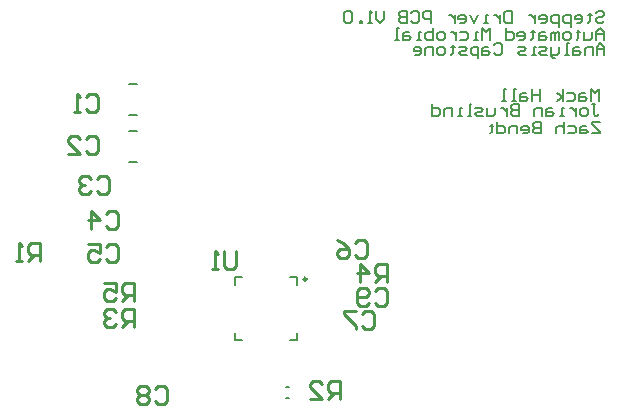
<source format=gbo>
G04 Layer_Color=13813960*
%FSLAX24Y24*%
%MOIN*%
G70*
G01*
G75*
%ADD16C,0.0100*%
%ADD73C,0.0098*%
%ADD74C,0.0079*%
%ADD114C,0.0059*%
D16*
X19488Y34469D02*
Y35068D01*
X19188D01*
X19088Y34968D01*
Y34768D01*
X19188Y34668D01*
X19488D01*
X19288D02*
X19088Y34469D01*
X18588D02*
Y35068D01*
X18888Y34768D01*
X18489D01*
X11043Y33839D02*
Y34438D01*
X10743D01*
X10643Y34338D01*
Y34138D01*
X10743Y34039D01*
X11043D01*
X10843D02*
X10643Y33839D01*
X10044Y34438D02*
X10444D01*
Y34138D01*
X10244Y34238D01*
X10144D01*
X10044Y34138D01*
Y33939D01*
X10144Y33839D01*
X10344D01*
X10444Y33939D01*
X7933Y35157D02*
Y35757D01*
X7633D01*
X7533Y35657D01*
Y35457D01*
X7633Y35357D01*
X7933D01*
X7733D02*
X7533Y35157D01*
X7333D02*
X7133D01*
X7233D01*
Y35757D01*
X7333Y35657D01*
X17933Y30571D02*
Y31171D01*
X17633D01*
X17533Y31071D01*
Y30871D01*
X17633Y30771D01*
X17933D01*
X17733D02*
X17533Y30571D01*
X16933D02*
X17333D01*
X16933Y30971D01*
Y31071D01*
X17033Y31171D01*
X17233D01*
X17333Y31071D01*
X11043Y32953D02*
Y33553D01*
X10743D01*
X10643Y33453D01*
Y33253D01*
X10743Y33153D01*
X11043D01*
X10843D02*
X10643Y32953D01*
X10444Y33453D02*
X10344Y33553D01*
X10144D01*
X10044Y33453D01*
Y33353D01*
X10144Y33253D01*
X10244D01*
X10144D01*
X10044Y33153D01*
Y33053D01*
X10144Y32953D01*
X10344D01*
X10444Y33053D01*
X18419Y35756D02*
X18519Y35856D01*
X18719D01*
X18819Y35756D01*
Y35356D01*
X18719Y35256D01*
X18519D01*
X18419Y35356D01*
X17819Y35856D02*
X18019Y35756D01*
X18219Y35556D01*
Y35356D01*
X18119Y35256D01*
X17919D01*
X17819Y35356D01*
Y35456D01*
X17919Y35556D01*
X18219D01*
X18655Y33403D02*
X18755Y33503D01*
X18955D01*
X19055Y33403D01*
Y33004D01*
X18955Y32904D01*
X18755D01*
X18655Y33004D01*
X18455Y33503D02*
X18055D01*
Y33403D01*
X18455Y33004D01*
Y32904D01*
X11748Y30907D02*
X11848Y31007D01*
X12048D01*
X12148Y30907D01*
Y30507D01*
X12048Y30407D01*
X11848D01*
X11748Y30507D01*
X11548Y30907D02*
X11448Y31007D01*
X11248D01*
X11148Y30907D01*
Y30807D01*
X11248Y30707D01*
X11148Y30607D01*
Y30507D01*
X11248Y30407D01*
X11448D01*
X11548Y30507D01*
Y30607D01*
X11448Y30707D01*
X11548Y30807D01*
Y30907D01*
X11448Y30707D02*
X11248D01*
X10132Y35638D02*
X10232Y35738D01*
X10432D01*
X10532Y35638D01*
Y35238D01*
X10432Y35138D01*
X10232D01*
X10132Y35238D01*
X9532Y35738D02*
X9932D01*
Y35438D01*
X9732Y35538D01*
X9632D01*
X9532Y35438D01*
Y35238D01*
X9632Y35138D01*
X9832D01*
X9932Y35238D01*
X9443Y40618D02*
X9543Y40718D01*
X9743D01*
X9843Y40618D01*
Y40218D01*
X9743Y40118D01*
X9543D01*
X9443Y40218D01*
X9243Y40118D02*
X9043D01*
X9143D01*
Y40718D01*
X9243Y40618D01*
X9443Y39220D02*
X9543Y39320D01*
X9743D01*
X9843Y39220D01*
Y38820D01*
X9743Y38720D01*
X9543D01*
X9443Y38820D01*
X8843Y38720D02*
X9243D01*
X8843Y39120D01*
Y39220D01*
X8943Y39320D01*
X9143D01*
X9243Y39220D01*
X9836Y37901D02*
X9936Y38001D01*
X10136D01*
X10236Y37901D01*
Y37502D01*
X10136Y37402D01*
X9936D01*
X9836Y37502D01*
X9636Y37901D02*
X9536Y38001D01*
X9337D01*
X9237Y37901D01*
Y37801D01*
X9337Y37701D01*
X9436D01*
X9337D01*
X9237Y37602D01*
Y37502D01*
X9337Y37402D01*
X9536D01*
X9636Y37502D01*
X10132Y36720D02*
X10232Y36820D01*
X10432D01*
X10532Y36720D01*
Y36320D01*
X10432Y36220D01*
X10232D01*
X10132Y36320D01*
X9632Y36220D02*
Y36820D01*
X9932Y36520D01*
X9532D01*
X19088Y34161D02*
X19188Y34261D01*
X19388D01*
X19488Y34161D01*
Y33761D01*
X19388Y33661D01*
X19188D01*
X19088Y33761D01*
X18888D02*
X18788Y33661D01*
X18588D01*
X18489Y33761D01*
Y34161D01*
X18588Y34261D01*
X18788D01*
X18888Y34161D01*
Y34061D01*
X18788Y33961D01*
X18489D01*
X14459Y35501D02*
Y35002D01*
X14359Y34902D01*
X14159D01*
X14059Y35002D01*
Y35501D01*
X13859Y34902D02*
X13659D01*
X13759D01*
Y35501D01*
X13859Y35401D01*
D73*
X16811Y34557D02*
G03*
X16811Y34557I-49J0D01*
G01*
D74*
X10886Y40039D02*
X11161D01*
X10886Y41063D02*
X11161D01*
X10886Y38465D02*
X11161D01*
X10886Y39488D02*
X11161D01*
X16506Y34370D02*
Y34616D01*
X16260D02*
X16506D01*
X14419D02*
X14665D01*
X14419Y34370D02*
Y34616D01*
Y32530D02*
Y32776D01*
Y32530D02*
X14665D01*
X16506D02*
Y32776D01*
X16260Y32530D02*
X16506D01*
D114*
X16112Y30581D02*
X16211D01*
X16112Y30955D02*
X16211D01*
X26464Y43436D02*
X26529Y43502D01*
X26660D01*
X26726Y43436D01*
Y43371D01*
X26660Y43305D01*
X26529D01*
X26464Y43239D01*
Y43174D01*
X26529Y43108D01*
X26660D01*
X26726Y43174D01*
X26267Y43436D02*
Y43371D01*
X26332D01*
X26201D01*
X26267D01*
Y43174D01*
X26201Y43108D01*
X25808D02*
X25939D01*
X26004Y43174D01*
Y43305D01*
X25939Y43371D01*
X25808D01*
X25742Y43305D01*
Y43239D01*
X26004D01*
X25611Y42977D02*
Y43371D01*
X25414D01*
X25348Y43305D01*
Y43174D01*
X25414Y43108D01*
X25611D01*
X25217Y42977D02*
Y43371D01*
X25020D01*
X24955Y43305D01*
Y43174D01*
X25020Y43108D01*
X25217D01*
X24627D02*
X24758D01*
X24824Y43174D01*
Y43305D01*
X24758Y43371D01*
X24627D01*
X24561Y43305D01*
Y43239D01*
X24824D01*
X24430Y43371D02*
Y43108D01*
Y43239D01*
X24365Y43305D01*
X24299Y43371D01*
X24233D01*
X23643Y43502D02*
Y43108D01*
X23446D01*
X23381Y43174D01*
Y43436D01*
X23446Y43502D01*
X23643D01*
X23249Y43371D02*
Y43108D01*
Y43239D01*
X23184Y43305D01*
X23118Y43371D01*
X23053D01*
X22856Y43108D02*
X22725D01*
X22790D01*
Y43371D01*
X22856D01*
X22528D02*
X22397Y43108D01*
X22265Y43371D01*
X21937Y43108D02*
X22069D01*
X22134Y43174D01*
Y43305D01*
X22069Y43371D01*
X21937D01*
X21872Y43305D01*
Y43239D01*
X22134D01*
X21741Y43371D02*
Y43108D01*
Y43239D01*
X21675Y43305D01*
X21610Y43371D01*
X21544D01*
X20954Y43108D02*
Y43502D01*
X20757D01*
X20691Y43436D01*
Y43305D01*
X20757Y43239D01*
X20954D01*
X20298Y43436D02*
X20363Y43502D01*
X20494D01*
X20560Y43436D01*
Y43174D01*
X20494Y43108D01*
X20363D01*
X20298Y43174D01*
X20166Y43502D02*
Y43108D01*
X19970D01*
X19904Y43174D01*
Y43239D01*
X19970Y43305D01*
X20166D01*
X19970D01*
X19904Y43371D01*
Y43436D01*
X19970Y43502D01*
X20166D01*
X19379D02*
Y43239D01*
X19248Y43108D01*
X19117Y43239D01*
Y43502D01*
X18986Y43108D02*
X18855D01*
X18920D01*
Y43502D01*
X18986Y43436D01*
X18658Y43108D02*
Y43174D01*
X18592D01*
Y43108D01*
X18658D01*
X18330Y43436D02*
X18264Y43502D01*
X18133D01*
X18067Y43436D01*
Y43174D01*
X18133Y43108D01*
X18264D01*
X18330Y43174D01*
Y43436D01*
X26726Y42541D02*
Y42804D01*
X26595Y42935D01*
X26464Y42804D01*
Y42541D01*
Y42738D01*
X26726D01*
X26332Y42804D02*
Y42607D01*
X26267Y42541D01*
X26070D01*
Y42804D01*
X25873Y42869D02*
Y42804D01*
X25939D01*
X25808D01*
X25873D01*
Y42607D01*
X25808Y42541D01*
X25545D02*
X25414D01*
X25348Y42607D01*
Y42738D01*
X25414Y42804D01*
X25545D01*
X25611Y42738D01*
Y42607D01*
X25545Y42541D01*
X25217D02*
Y42804D01*
X25152D01*
X25086Y42738D01*
Y42541D01*
Y42738D01*
X25020Y42804D01*
X24955Y42738D01*
Y42541D01*
X24758Y42804D02*
X24627D01*
X24561Y42738D01*
Y42541D01*
X24758D01*
X24824Y42607D01*
X24758Y42673D01*
X24561D01*
X24365Y42869D02*
Y42804D01*
X24430D01*
X24299D01*
X24365D01*
Y42607D01*
X24299Y42541D01*
X23905D02*
X24037D01*
X24102Y42607D01*
Y42738D01*
X24037Y42804D01*
X23905D01*
X23840Y42738D01*
Y42673D01*
X24102D01*
X23446Y42935D02*
Y42541D01*
X23643D01*
X23709Y42607D01*
Y42738D01*
X23643Y42804D01*
X23446D01*
X22921Y42541D02*
Y42935D01*
X22790Y42804D01*
X22659Y42935D01*
Y42541D01*
X22528D02*
X22397D01*
X22462D01*
Y42804D01*
X22528D01*
X21937D02*
X22134D01*
X22200Y42738D01*
Y42607D01*
X22134Y42541D01*
X21937D01*
X21806Y42804D02*
Y42541D01*
Y42673D01*
X21741Y42738D01*
X21675Y42804D01*
X21610D01*
X21347Y42541D02*
X21216D01*
X21150Y42607D01*
Y42738D01*
X21216Y42804D01*
X21347D01*
X21413Y42738D01*
Y42607D01*
X21347Y42541D01*
X21019Y42935D02*
Y42541D01*
X20822D01*
X20757Y42607D01*
Y42673D01*
Y42738D01*
X20822Y42804D01*
X21019D01*
X20626Y42541D02*
X20494D01*
X20560D01*
Y42804D01*
X20626D01*
X20232D02*
X20101D01*
X20035Y42738D01*
Y42541D01*
X20232D01*
X20298Y42607D01*
X20232Y42673D01*
X20035D01*
X19904Y42541D02*
X19773D01*
X19838D01*
Y42935D01*
X19904D01*
X26737Y42044D02*
Y42306D01*
X26606Y42438D01*
X26475Y42306D01*
Y42044D01*
Y42241D01*
X26737D01*
X26344Y42044D02*
Y42306D01*
X26147D01*
X26081Y42241D01*
Y42044D01*
X25885Y42306D02*
X25753D01*
X25688Y42241D01*
Y42044D01*
X25885D01*
X25950Y42110D01*
X25885Y42175D01*
X25688D01*
X25557Y42044D02*
X25425D01*
X25491D01*
Y42438D01*
X25557D01*
X25229Y42306D02*
Y42110D01*
X25163Y42044D01*
X24966D01*
Y41979D01*
X25032Y41913D01*
X25098D01*
X24966Y42044D02*
Y42306D01*
X24835Y42044D02*
X24638D01*
X24573Y42110D01*
X24638Y42175D01*
X24770D01*
X24835Y42241D01*
X24770Y42306D01*
X24573D01*
X24442Y42044D02*
X24310D01*
X24376D01*
Y42306D01*
X24442D01*
X24114Y42044D02*
X23917D01*
X23851Y42110D01*
X23917Y42175D01*
X24048D01*
X24114Y42241D01*
X24048Y42306D01*
X23851D01*
X23064Y42372D02*
X23130Y42438D01*
X23261D01*
X23326Y42372D01*
Y42110D01*
X23261Y42044D01*
X23130D01*
X23064Y42110D01*
X22867Y42306D02*
X22736D01*
X22670Y42241D01*
Y42044D01*
X22867D01*
X22933Y42110D01*
X22867Y42175D01*
X22670D01*
X22539Y41913D02*
Y42306D01*
X22342D01*
X22277Y42241D01*
Y42110D01*
X22342Y42044D01*
X22539D01*
X22146D02*
X21949D01*
X21883Y42110D01*
X21949Y42175D01*
X22080D01*
X22146Y42241D01*
X22080Y42306D01*
X21883D01*
X21687Y42372D02*
Y42306D01*
X21752D01*
X21621D01*
X21687D01*
Y42110D01*
X21621Y42044D01*
X21359D02*
X21227D01*
X21162Y42110D01*
Y42241D01*
X21227Y42306D01*
X21359D01*
X21424Y42241D01*
Y42110D01*
X21359Y42044D01*
X21031D02*
Y42306D01*
X20834D01*
X20768Y42241D01*
Y42044D01*
X20440D02*
X20571D01*
X20637Y42110D01*
Y42241D01*
X20571Y42306D01*
X20440D01*
X20375Y42241D01*
Y42175D01*
X20637D01*
X26548Y40503D02*
Y40896D01*
X26417Y40765D01*
X26286Y40896D01*
Y40503D01*
X26089Y40765D02*
X25958D01*
X25892Y40700D01*
Y40503D01*
X26089D01*
X26154Y40568D01*
X26089Y40634D01*
X25892D01*
X25498Y40765D02*
X25695D01*
X25761Y40700D01*
Y40568D01*
X25695Y40503D01*
X25498D01*
X25367D02*
Y40896D01*
Y40634D02*
X25171Y40765D01*
X25367Y40634D02*
X25171Y40503D01*
X24580Y40896D02*
Y40503D01*
Y40700D01*
X24318D01*
Y40896D01*
Y40503D01*
X24121Y40765D02*
X23990D01*
X23924Y40700D01*
Y40503D01*
X24121D01*
X24187Y40568D01*
X24121Y40634D01*
X23924D01*
X23793Y40503D02*
X23662D01*
X23727D01*
Y40896D01*
X23793D01*
X23465Y40503D02*
X23334D01*
X23399D01*
Y40896D01*
X23465D01*
X26308Y40379D02*
X26439D01*
X26374D01*
Y40051D01*
X26439Y39985D01*
X26505D01*
X26570Y40051D01*
X26111Y39985D02*
X25980D01*
X25915Y40051D01*
Y40182D01*
X25980Y40247D01*
X26111D01*
X26177Y40182D01*
Y40051D01*
X26111Y39985D01*
X25783Y40247D02*
Y39985D01*
Y40116D01*
X25718Y40182D01*
X25652Y40247D01*
X25587D01*
X25390Y39985D02*
X25259D01*
X25324D01*
Y40247D01*
X25390D01*
X24996D02*
X24865D01*
X24799Y40182D01*
Y39985D01*
X24996D01*
X25062Y40051D01*
X24996Y40116D01*
X24799D01*
X24668Y39985D02*
Y40247D01*
X24471D01*
X24406Y40182D01*
Y39985D01*
X23881Y40379D02*
Y39985D01*
X23684D01*
X23619Y40051D01*
Y40116D01*
X23684Y40182D01*
X23881D01*
X23684D01*
X23619Y40247D01*
Y40313D01*
X23684Y40379D01*
X23881D01*
X23487Y40247D02*
Y39985D01*
Y40116D01*
X23422Y40182D01*
X23356Y40247D01*
X23291D01*
X23094D02*
Y40051D01*
X23028Y39985D01*
X22832D01*
Y40247D01*
X22700Y39985D02*
X22504D01*
X22438Y40051D01*
X22504Y40116D01*
X22635D01*
X22700Y40182D01*
X22635Y40247D01*
X22438D01*
X22307Y39985D02*
X22176D01*
X22241D01*
Y40379D01*
X22307D01*
X21979Y39985D02*
X21848D01*
X21913D01*
Y40247D01*
X21979D01*
X21651Y39985D02*
Y40247D01*
X21454D01*
X21388Y40182D01*
Y39985D01*
X20995Y40379D02*
Y39985D01*
X21192D01*
X21257Y40051D01*
Y40182D01*
X21192Y40247D01*
X20995D01*
X26581Y39805D02*
X26319D01*
Y39739D01*
X26581Y39477D01*
Y39411D01*
X26319D01*
X26122Y39673D02*
X25991D01*
X25926Y39608D01*
Y39411D01*
X26122D01*
X26188Y39477D01*
X26122Y39542D01*
X25926D01*
X25532Y39673D02*
X25729D01*
X25794Y39608D01*
Y39477D01*
X25729Y39411D01*
X25532D01*
X25401Y39805D02*
Y39411D01*
Y39608D01*
X25335Y39673D01*
X25204D01*
X25138Y39608D01*
Y39411D01*
X24614Y39805D02*
Y39411D01*
X24417D01*
X24351Y39477D01*
Y39542D01*
X24417Y39608D01*
X24614D01*
X24417D01*
X24351Y39673D01*
Y39739D01*
X24417Y39805D01*
X24614D01*
X24023Y39411D02*
X24154D01*
X24220Y39477D01*
Y39608D01*
X24154Y39673D01*
X24023D01*
X23958Y39608D01*
Y39542D01*
X24220D01*
X23826Y39411D02*
Y39673D01*
X23630D01*
X23564Y39608D01*
Y39411D01*
X23171Y39805D02*
Y39411D01*
X23367D01*
X23433Y39477D01*
Y39608D01*
X23367Y39673D01*
X23171D01*
X22974Y39739D02*
Y39673D01*
X23039D01*
X22908D01*
X22974D01*
Y39477D01*
X22908Y39411D01*
M02*

</source>
